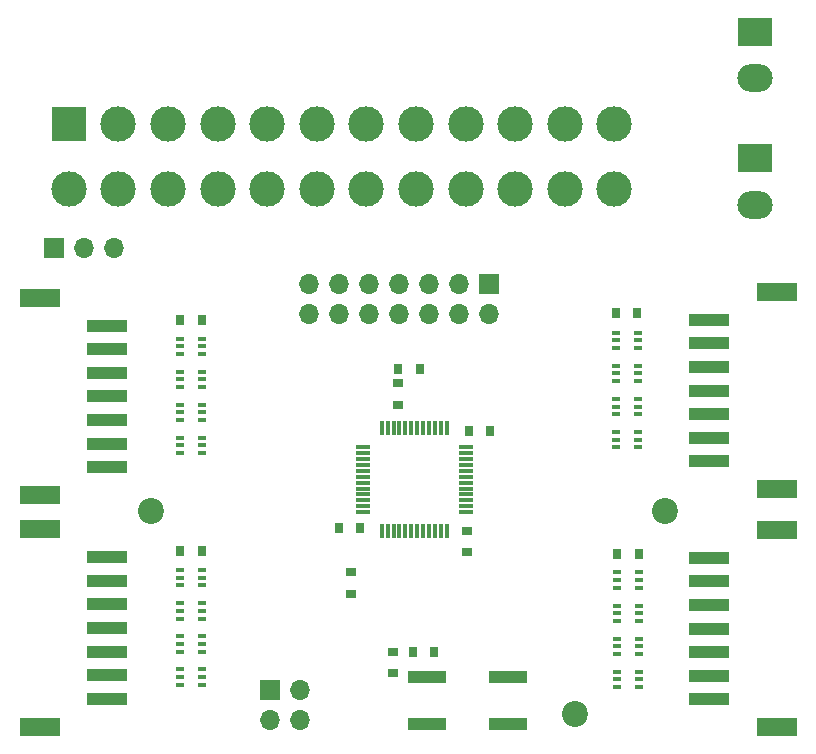
<source format=gbr>
G04 #@! TF.GenerationSoftware,KiCad,Pcbnew,(5.1.2)-2*
G04 #@! TF.CreationDate,2019-09-22T20:07:18+01:00*
G04 #@! TF.ProjectId,LEDPanelControllerV2,4c454450-616e-4656-9c43-6f6e74726f6c,rev?*
G04 #@! TF.SameCoordinates,Original*
G04 #@! TF.FileFunction,Soldermask,Top*
G04 #@! TF.FilePolarity,Negative*
%FSLAX46Y46*%
G04 Gerber Fmt 4.6, Leading zero omitted, Abs format (unit mm)*
G04 Created by KiCad (PCBNEW (5.1.2)-2) date 2019-09-22 20:07:18*
%MOMM*%
%LPD*%
G04 APERTURE LIST*
%ADD10C,2.200000*%
%ADD11R,0.900000X0.800000*%
%ADD12R,0.650000X0.400000*%
%ADD13R,3.200000X1.000000*%
%ADD14R,0.800000X0.900000*%
%ADD15R,1.700000X1.700000*%
%ADD16O,1.700000X1.700000*%
%ADD17R,3.000000X2.350000*%
%ADD18O,3.000000X2.350000*%
%ADD19R,3.000000X3.000000*%
%ADD20C,3.000000*%
%ADD21R,0.300000X1.300000*%
%ADD22R,1.300000X0.300000*%
%ADD23R,3.500000X1.000000*%
%ADD24R,3.400000X1.500000*%
G04 APERTURE END LIST*
D10*
X160800000Y-116225000D03*
D11*
X141850000Y-106050000D03*
X141850000Y-104250000D03*
D10*
X124900000Y-99025000D03*
X168400000Y-99025000D03*
D12*
X164250000Y-92350000D03*
X164250000Y-93650000D03*
X166150000Y-93000000D03*
X164250000Y-93000000D03*
X166150000Y-93650000D03*
X166150000Y-92350000D03*
X164250000Y-89550000D03*
X164250000Y-90850000D03*
X166150000Y-90200000D03*
X164250000Y-90200000D03*
X166150000Y-90850000D03*
X166150000Y-89550000D03*
X164250000Y-86750000D03*
X164250000Y-88050000D03*
X166150000Y-87400000D03*
X164250000Y-87400000D03*
X166150000Y-88050000D03*
X166150000Y-86750000D03*
X164250000Y-83950000D03*
X164250000Y-85250000D03*
X166150000Y-84600000D03*
X164250000Y-84600000D03*
X166150000Y-85250000D03*
X166150000Y-83950000D03*
X164350000Y-112650000D03*
X164350000Y-113950000D03*
X166250000Y-113300000D03*
X164350000Y-113300000D03*
X166250000Y-113950000D03*
X166250000Y-112650000D03*
X164350000Y-109850000D03*
X164350000Y-111150000D03*
X166250000Y-110500000D03*
X164350000Y-110500000D03*
X166250000Y-111150000D03*
X166250000Y-109850000D03*
X164350000Y-107050000D03*
X164350000Y-108350000D03*
X166250000Y-107700000D03*
X164350000Y-107700000D03*
X166250000Y-108350000D03*
X166250000Y-107050000D03*
X164350000Y-104250000D03*
X164350000Y-105550000D03*
X166250000Y-104900000D03*
X164350000Y-104900000D03*
X166250000Y-105550000D03*
X166250000Y-104250000D03*
D13*
X148300000Y-117100000D03*
X155100000Y-117100000D03*
X155100000Y-113100000D03*
X148300000Y-113100000D03*
D14*
X147100000Y-111000000D03*
X148900000Y-111000000D03*
D12*
X129250000Y-94150000D03*
X129250000Y-92850000D03*
X127350000Y-93500000D03*
X129250000Y-93500000D03*
X127350000Y-92850000D03*
X127350000Y-94150000D03*
X129250000Y-110950000D03*
X129250000Y-109650000D03*
X127350000Y-110300000D03*
X129250000Y-110300000D03*
X127350000Y-109650000D03*
X127350000Y-110950000D03*
X129250000Y-105350000D03*
X129250000Y-104050000D03*
X127350000Y-104700000D03*
X129250000Y-104700000D03*
X127350000Y-104050000D03*
X127350000Y-105350000D03*
X129250000Y-113750000D03*
X129250000Y-112450000D03*
X127350000Y-113100000D03*
X129250000Y-113100000D03*
X127350000Y-112450000D03*
X127350000Y-113750000D03*
X129250000Y-91350000D03*
X129250000Y-90050000D03*
X127350000Y-90700000D03*
X129250000Y-90700000D03*
X127350000Y-90050000D03*
X127350000Y-91350000D03*
X129250000Y-85750000D03*
X129250000Y-84450000D03*
X127350000Y-85100000D03*
X129250000Y-85100000D03*
X127350000Y-84450000D03*
X127350000Y-85750000D03*
X129250000Y-108150000D03*
X129250000Y-106850000D03*
X127350000Y-107500000D03*
X129250000Y-107500000D03*
X127350000Y-106850000D03*
X127350000Y-108150000D03*
X129250000Y-88550000D03*
X129250000Y-87250000D03*
X127350000Y-87900000D03*
X129250000Y-87900000D03*
X127350000Y-87250000D03*
X127350000Y-88550000D03*
D14*
X129200000Y-102400000D03*
X127400000Y-102400000D03*
X164300000Y-82300000D03*
X166100000Y-82300000D03*
X164400000Y-102700000D03*
X166200000Y-102700000D03*
X129200000Y-82900000D03*
X127400000Y-82900000D03*
D11*
X145400000Y-111000000D03*
X145400000Y-112800000D03*
D15*
X153500000Y-79800000D03*
D16*
X153500000Y-82340000D03*
X150960000Y-79800000D03*
X150960000Y-82340000D03*
X148420000Y-79800000D03*
X148420000Y-82340000D03*
X145880000Y-79800000D03*
X145880000Y-82340000D03*
X143340000Y-79800000D03*
X143340000Y-82340000D03*
X140800000Y-79800000D03*
X140800000Y-82340000D03*
X138260000Y-79800000D03*
X138260000Y-82340000D03*
D17*
X176050000Y-58450000D03*
D18*
X176050000Y-62410000D03*
D19*
X117950000Y-66250000D03*
D20*
X122150000Y-66250000D03*
X126350000Y-66250000D03*
X130550000Y-66250000D03*
X134750000Y-66250000D03*
X138950000Y-66250000D03*
X143150000Y-66250000D03*
X147350000Y-66250000D03*
X151550000Y-66250000D03*
X155750000Y-66250000D03*
X159950000Y-66250000D03*
X164150000Y-66250000D03*
X117950000Y-71750000D03*
X122150000Y-71750000D03*
X126350000Y-71750000D03*
X130550000Y-71750000D03*
X134750000Y-71750000D03*
X138950000Y-71750000D03*
X143150000Y-71750000D03*
X147350000Y-71750000D03*
X151550000Y-71750000D03*
X155750000Y-71750000D03*
X159950000Y-71750000D03*
X164150000Y-71750000D03*
D15*
X135000000Y-114200000D03*
D16*
X137540000Y-114200000D03*
X135000000Y-116740000D03*
X137540000Y-116740000D03*
D15*
X116700000Y-76750000D03*
D16*
X119240000Y-76750000D03*
X121780000Y-76750000D03*
D14*
X145850000Y-87000000D03*
X147650000Y-87000000D03*
D11*
X151650000Y-102550000D03*
X151650000Y-100750000D03*
X145850000Y-88250000D03*
X145850000Y-90050000D03*
D14*
X153600000Y-92250000D03*
X151800000Y-92250000D03*
X140850000Y-100450000D03*
X142650000Y-100450000D03*
D21*
X149950000Y-92050000D03*
X149450000Y-92050000D03*
X148950000Y-92050000D03*
X148450000Y-92050000D03*
X147950000Y-92050000D03*
X147450000Y-92050000D03*
X146950000Y-92050000D03*
X146450000Y-92050000D03*
X145950000Y-92050000D03*
X145450000Y-92050000D03*
X144950000Y-92050000D03*
X144450000Y-92050000D03*
D22*
X142850000Y-93650000D03*
X142850000Y-94150000D03*
X142850000Y-94650000D03*
X142850000Y-95150000D03*
X142850000Y-95650000D03*
X142850000Y-96150000D03*
X142850000Y-96650000D03*
X142850000Y-97150000D03*
X142850000Y-97650000D03*
X142850000Y-98150000D03*
X142850000Y-98650000D03*
X142850000Y-99150000D03*
D21*
X144450000Y-100750000D03*
X144950000Y-100750000D03*
X145450000Y-100750000D03*
X145950000Y-100750000D03*
X146450000Y-100750000D03*
X146950000Y-100750000D03*
X147450000Y-100750000D03*
X147950000Y-100750000D03*
X148450000Y-100750000D03*
X148950000Y-100750000D03*
X149450000Y-100750000D03*
X149950000Y-100750000D03*
D22*
X151550000Y-99150000D03*
X151550000Y-98650000D03*
X151550000Y-98150000D03*
X151550000Y-97650000D03*
X151550000Y-97150000D03*
X151550000Y-96650000D03*
X151550000Y-96150000D03*
X151550000Y-95650000D03*
X151550000Y-95150000D03*
X151550000Y-94650000D03*
X151550000Y-94150000D03*
X151550000Y-93650000D03*
D23*
X172125000Y-94850000D03*
X172125000Y-92850000D03*
X172125000Y-90850000D03*
X172125000Y-88850000D03*
X172125000Y-86850000D03*
X172125000Y-84850000D03*
X172125000Y-82850000D03*
D24*
X177875000Y-97200000D03*
X177875000Y-80500000D03*
D23*
X172125000Y-115000000D03*
X172125000Y-113000000D03*
X172125000Y-111000000D03*
X172125000Y-109000000D03*
X172125000Y-107000000D03*
X172125000Y-105000000D03*
X172125000Y-103000000D03*
D24*
X177875000Y-117350000D03*
X177875000Y-100650000D03*
D23*
X121225000Y-102950000D03*
X121225000Y-104950000D03*
X121225000Y-106950000D03*
X121225000Y-108950000D03*
X121225000Y-110950000D03*
X121225000Y-112950000D03*
X121225000Y-114950000D03*
D24*
X115475000Y-100600000D03*
X115475000Y-117300000D03*
D23*
X121225000Y-83350000D03*
X121225000Y-85350000D03*
X121225000Y-87350000D03*
X121225000Y-89350000D03*
X121225000Y-91350000D03*
X121225000Y-93350000D03*
X121225000Y-95350000D03*
D24*
X115475000Y-81000000D03*
X115475000Y-97700000D03*
D17*
X176050000Y-69150000D03*
D18*
X176050000Y-73110000D03*
M02*

</source>
